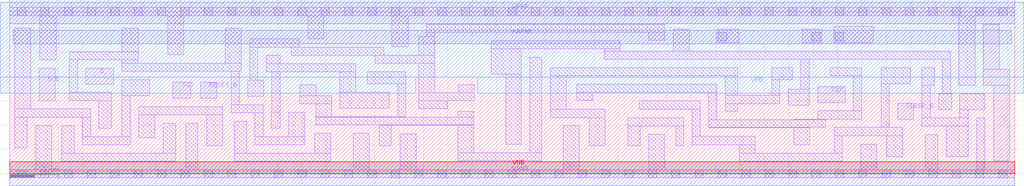
<source format=lef>
# Copyright 2020 The SkyWater PDK Authors
#
# Licensed under the Apache License, Version 2.0 (the "License");
# you may not use this file except in compliance with the License.
# You may obtain a copy of the License at
#
#     https://www.apache.org/licenses/LICENSE-2.0
#
# Unless required by applicable law or agreed to in writing, software
# distributed under the License is distributed on an "AS IS" BASIS,
# WITHOUT WARRANTIES OR CONDITIONS OF ANY KIND, either express or implied.
# See the License for the specific language governing permissions and
# limitations under the License.
#
# SPDX-License-Identifier: Apache-2.0

VERSION 5.7 ;
  NOWIREEXTENSIONATPIN ON ;
  DIVIDERCHAR "/" ;
  BUSBITCHARS "[]" ;
MACRO sky130_fd_sc_lp__srsdfrtp_1
  CLASS CORE ;
  FOREIGN sky130_fd_sc_lp__srsdfrtp_1 ;
  ORIGIN  0.000000  0.000000 ;
  SIZE  20.64000 BY  3.330000 ;
  SYMMETRY X Y R90 ;
  SITE unit ;
  PIN D
    ANTENNAGATEAREA  0.159000 ;
    DIRECTION INPUT ;
    USE SIGNAL ;
    PORT
      LAYER li1 ;
        RECT 1.565000 1.840000 2.135000 2.170000 ;
    END
  END D
  PIN Q
    ANTENNADIFFAREA  0.590100 ;
    DIRECTION OUTPUT ;
    USE SIGNAL ;
    PORT
      LAYER li1 ;
        RECT 19.995000 1.815000 20.535000 2.150000 ;
        RECT 19.995000 2.150000 20.325000 3.075000 ;
        RECT 20.205000 0.265000 20.535000 1.815000 ;
    END
  END Q
  PIN RESET_B
    ANTENNAGATEAREA  0.598000 ;
    DIRECTION INPUT ;
    USE SIGNAL ;
    PORT
      LAYER li1 ;
        RECT 3.920000 1.550000 4.250000 1.880000 ;
    END
  END RESET_B
  PIN SCD
    ANTENNAGATEAREA  0.159000 ;
    DIRECTION INPUT ;
    USE SIGNAL ;
    PORT
      LAYER li1 ;
        RECT 3.350000 1.550000 3.715000 1.880000 ;
    END
  END SCD
  PIN SCE
    ANTENNAGATEAREA  0.318000 ;
    DIRECTION INPUT ;
    USE SIGNAL ;
    PORT
      LAYER li1 ;
        RECT 0.605000 1.500000 0.935000 2.170000 ;
    END
  END SCE
  PIN SLEEP_B
    ANTENNAGATEAREA  0.598000 ;
    DIRECTION INPUT ;
    USE SIGNAL ;
    PORT
      LAYER li1 ;
        RECT 18.235000 1.120000 18.565000 1.450000 ;
    END
  END SLEEP_B
  PIN CLK
    ANTENNAGATEAREA  0.159000 ;
    DIRECTION INPUT ;
    USE CLOCK ;
    PORT
      LAYER li1 ;
        RECT 16.590000 1.460000 17.155000 1.790000 ;
    END
  END CLK
  PIN KAPWR
    DIRECTION INOUT ;
    USE POWER ;
    PORT
      LAYER met1 ;
        RECT 0.070000 2.675000 20.570000 2.945000 ;
    END
  END KAPWR
  PIN VGND
    DIRECTION INOUT ;
    USE GROUND ;
    PORT
      LAYER met1 ;
        RECT 0.000000 -0.245000 20.640000 0.245000 ;
    END
  END VGND
  PIN VNB
    DIRECTION INOUT ;
    USE GROUND ;
    PORT
      LAYER pwell ;
        RECT 0.000000 0.000000 20.640000 0.245000 ;
    END
  END VNB
  PIN VPB
    DIRECTION INOUT ;
    USE POWER ;
    PORT
      LAYER nwell ;
        RECT -0.190000 1.655000  8.340000 1.985000 ;
        RECT -0.190000 1.985000 20.830000 3.520000 ;
        RECT  9.610000 1.655000 20.830000 1.985000 ;
    END
  END VPB
  PIN VPWR
    DIRECTION INOUT ;
    USE POWER ;
    PORT
      LAYER met1 ;
        RECT 0.000000 3.085000 20.640000 3.575000 ;
    END
  END VPWR
  OBS
    LAYER li1 ;
      RECT  0.000000 -0.085000 20.640000 0.085000 ;
      RECT  0.000000  3.245000 20.640000 3.415000 ;
      RECT  0.105000  0.530000  0.355000 1.160000 ;
      RECT  0.105000  1.160000  1.660000 1.330000 ;
      RECT  0.105000  1.330000  0.435000 2.990000 ;
      RECT  0.535000  0.085000  0.865000 0.990000 ;
      RECT  0.620000  2.340000  0.950000 3.245000 ;
      RECT  1.070000  0.255000  3.405000 0.425000 ;
      RECT  1.070000  0.425000  1.320000 0.990000 ;
      RECT  1.225000  1.500000  2.080000 1.670000 ;
      RECT  1.225000  1.670000  1.395000 2.340000 ;
      RECT  1.225000  2.340000  2.635000 2.510000 ;
      RECT  1.490000  0.595000  2.475000 0.765000 ;
      RECT  1.490000  0.765000  1.660000 1.160000 ;
      RECT  1.830000  0.935000  2.080000 1.500000 ;
      RECT  2.305000  0.765000  2.475000 1.600000 ;
      RECT  2.305000  1.600000  2.880000 1.930000 ;
      RECT  2.305000  2.100000  4.755000 2.270000 ;
      RECT  2.305000  2.270000  2.635000 2.340000 ;
      RECT  2.305000  2.510000  2.635000 2.990000 ;
      RECT  2.645000  0.740000  2.975000 1.210000 ;
      RECT  2.645000  1.210000  4.375000 1.380000 ;
      RECT  3.155000  0.425000  3.405000 1.040000 ;
      RECT  3.245000  2.440000  3.575000 3.245000 ;
      RECT  3.615000  0.085000  3.865000 1.040000 ;
      RECT  4.045000  0.580000  4.375000 1.210000 ;
      RECT  4.425000  2.270000  4.755000 2.990000 ;
      RECT  4.545000  1.250000  5.205000 1.420000 ;
      RECT  4.545000  1.420000  4.715000 2.100000 ;
      RECT  4.615000  0.255000  6.590000 0.425000 ;
      RECT  4.615000  0.425000  4.865000 1.080000 ;
      RECT  4.885000  1.590000  5.215000 1.920000 ;
      RECT  4.925000  1.920000  5.095000 2.600000 ;
      RECT  4.925000  2.600000  5.950000 2.770000 ;
      RECT  5.035000  0.595000  6.055000 0.765000 ;
      RECT  5.035000  0.765000  5.205000 1.250000 ;
      RECT  5.265000  2.090000  7.110000 2.260000 ;
      RECT  5.265000  2.260000  5.555000 2.430000 ;
      RECT  5.375000  0.935000  5.555000 1.265000 ;
      RECT  5.385000  1.265000  5.555000 2.090000 ;
      RECT  5.725000  0.765000  6.055000 1.265000 ;
      RECT  5.780000  2.430000  8.725000 2.435000 ;
      RECT  5.780000  2.435000  7.680000 2.600000 ;
      RECT  5.960000  1.435000  6.610000 1.605000 ;
      RECT  5.960000  1.605000  6.290000 1.825000 ;
      RECT  6.120000  2.770000  6.450000 3.245000 ;
      RECT  6.260000  0.425000  6.590000 0.835000 ;
      RECT  6.280000  1.005000  9.530000 1.165000 ;
      RECT  6.280000  1.165000  8.135000 1.175000 ;
      RECT  6.280000  1.175000  6.610000 1.435000 ;
      RECT  6.780000  1.345000  7.795000 1.675000 ;
      RECT  6.780000  1.675000  7.110000 2.090000 ;
      RECT  7.050000  0.085000  7.380000 0.835000 ;
      RECT  7.340000  1.845000  8.135000 2.095000 ;
      RECT  7.510000  2.265000  8.725000 2.430000 ;
      RECT  7.590000  0.575000  7.840000 0.995000 ;
      RECT  7.590000  0.995000  9.530000 1.005000 ;
      RECT  7.850000  2.605000  8.180000 3.245000 ;
      RECT  7.965000  1.175000  8.135000 1.845000 ;
      RECT  8.020000  0.085000  8.350000 0.825000 ;
      RECT  8.395000  1.335000  8.990000 1.495000 ;
      RECT  8.395000  1.495000  9.540000 1.665000 ;
      RECT  8.395000  1.665000  8.725000 2.265000 ;
      RECT  8.395000  2.435000  8.725000 2.825000 ;
      RECT  8.555000  2.825000  8.725000 2.905000 ;
      RECT  8.555000  2.905000 13.455000 3.075000 ;
      RECT  9.200000  0.265000 10.930000 0.435000 ;
      RECT  9.200000  0.435000  9.530000 0.995000 ;
      RECT  9.200000  1.165000  9.530000 1.285000 ;
      RECT  9.210000  1.665000  9.540000 1.825000 ;
      RECT  9.890000  2.040000 10.500000 2.565000 ;
      RECT  9.890000  2.565000 12.540000 2.735000 ;
      RECT 10.190000  0.605000 10.500000 2.040000 ;
      RECT 10.680000  0.435000 10.930000 2.395000 ;
      RECT 11.100000  1.155000 12.235000 1.325000 ;
      RECT 11.100000  1.325000 11.430000 2.010000 ;
      RECT 11.100000  2.010000 14.955000 2.180000 ;
      RECT 11.365000  0.085000 11.695000 0.985000 ;
      RECT 11.640000  1.510000 11.970000 1.670000 ;
      RECT 11.640000  1.670000 14.525000 1.840000 ;
      RECT 11.905000  0.575000 12.235000 1.155000 ;
      RECT 12.210000  2.350000 19.325000 2.520000 ;
      RECT 12.210000  2.520000 12.540000 2.565000 ;
      RECT 12.695000  0.575000 12.945000 0.980000 ;
      RECT 12.695000  0.980000 13.845000 1.150000 ;
      RECT 12.930000  1.320000 14.185000 1.500000 ;
      RECT 13.125000  0.085000 13.455000 0.810000 ;
      RECT 13.125000  2.745000 13.455000 2.905000 ;
      RECT 13.625000  2.520000 13.955000 2.970000 ;
      RECT 13.675000  0.575000 13.845000 0.980000 ;
      RECT 14.015000  0.600000 15.315000 0.770000 ;
      RECT 14.015000  0.770000 14.185000 1.320000 ;
      RECT 14.355000  0.940000 16.435000 0.950000 ;
      RECT 14.355000  0.950000 16.760000 1.110000 ;
      RECT 14.355000  1.110000 14.525000 1.670000 ;
      RECT 14.525000  2.690000 14.975000 2.970000 ;
      RECT 14.695000  1.280000 14.955000 1.440000 ;
      RECT 14.695000  1.440000 15.815000 1.610000 ;
      RECT 14.695000  1.610000 14.955000 2.010000 ;
      RECT 14.985000  0.255000 17.100000 0.425000 ;
      RECT 14.985000  0.425000 15.315000 0.600000 ;
      RECT 15.645000  1.610000 15.815000 1.930000 ;
      RECT 15.645000  1.930000 16.080000 2.180000 ;
      RECT 15.985000  1.410000 16.420000 1.740000 ;
      RECT 16.105000  0.595000 16.435000 0.940000 ;
      RECT 16.105000  1.110000 16.760000 1.120000 ;
      RECT 16.250000  1.740000 16.420000 2.350000 ;
      RECT 16.280000  2.690000 16.675000 2.970000 ;
      RECT 16.590000  1.120000 17.495000 1.290000 ;
      RECT 16.855000  2.010000 17.495000 2.180000 ;
      RECT 16.925000  2.690000 17.730000 3.025000 ;
      RECT 16.930000  0.425000 17.100000 0.780000 ;
      RECT 16.930000  0.780000 18.345000 0.950000 ;
      RECT 17.325000  1.290000 17.495000 2.010000 ;
      RECT 17.475000  0.085000 17.805000 0.610000 ;
      RECT 17.895000  0.950000 18.065000 1.850000 ;
      RECT 17.895000  1.850000 18.490000 2.180000 ;
      RECT 18.015000  0.345000 18.345000 0.780000 ;
      RECT 18.735000  0.975000 19.685000 1.145000 ;
      RECT 18.735000  1.145000 18.905000 1.815000 ;
      RECT 18.735000  1.815000 18.985000 2.180000 ;
      RECT 18.805000  0.085000 19.055000 0.805000 ;
      RECT 19.075000  1.315000 19.345000 1.645000 ;
      RECT 19.155000  1.645000 19.325000 2.350000 ;
      RECT 19.235000  0.345000 19.685000 0.975000 ;
      RECT 19.495000  1.815000 19.825000 3.245000 ;
      RECT 19.515000  1.145000 19.685000 1.315000 ;
      RECT 19.515000  1.315000 20.020000 1.645000 ;
      RECT 19.855000  0.085000 20.025000 1.145000 ;
    LAYER mcon ;
      RECT  0.155000 -0.085000  0.325000 0.085000 ;
      RECT  0.155000  3.245000  0.325000 3.415000 ;
      RECT  0.635000 -0.085000  0.805000 0.085000 ;
      RECT  0.635000  3.245000  0.805000 3.415000 ;
      RECT  1.115000 -0.085000  1.285000 0.085000 ;
      RECT  1.115000  3.245000  1.285000 3.415000 ;
      RECT  1.595000 -0.085000  1.765000 0.085000 ;
      RECT  1.595000  3.245000  1.765000 3.415000 ;
      RECT  2.075000 -0.085000  2.245000 0.085000 ;
      RECT  2.075000  3.245000  2.245000 3.415000 ;
      RECT  2.555000 -0.085000  2.725000 0.085000 ;
      RECT  2.555000  3.245000  2.725000 3.415000 ;
      RECT  3.035000 -0.085000  3.205000 0.085000 ;
      RECT  3.035000  3.245000  3.205000 3.415000 ;
      RECT  3.515000 -0.085000  3.685000 0.085000 ;
      RECT  3.515000  3.245000  3.685000 3.415000 ;
      RECT  3.995000 -0.085000  4.165000 0.085000 ;
      RECT  3.995000  3.245000  4.165000 3.415000 ;
      RECT  4.475000 -0.085000  4.645000 0.085000 ;
      RECT  4.475000  3.245000  4.645000 3.415000 ;
      RECT  4.955000 -0.085000  5.125000 0.085000 ;
      RECT  4.955000  3.245000  5.125000 3.415000 ;
      RECT  5.435000 -0.085000  5.605000 0.085000 ;
      RECT  5.435000  3.245000  5.605000 3.415000 ;
      RECT  5.915000 -0.085000  6.085000 0.085000 ;
      RECT  5.915000  3.245000  6.085000 3.415000 ;
      RECT  6.395000 -0.085000  6.565000 0.085000 ;
      RECT  6.395000  3.245000  6.565000 3.415000 ;
      RECT  6.875000 -0.085000  7.045000 0.085000 ;
      RECT  6.875000  3.245000  7.045000 3.415000 ;
      RECT  7.355000 -0.085000  7.525000 0.085000 ;
      RECT  7.355000  3.245000  7.525000 3.415000 ;
      RECT  7.835000 -0.085000  8.005000 0.085000 ;
      RECT  7.835000  3.245000  8.005000 3.415000 ;
      RECT  8.315000 -0.085000  8.485000 0.085000 ;
      RECT  8.315000  3.245000  8.485000 3.415000 ;
      RECT  8.795000 -0.085000  8.965000 0.085000 ;
      RECT  8.795000  3.245000  8.965000 3.415000 ;
      RECT  9.275000 -0.085000  9.445000 0.085000 ;
      RECT  9.275000  3.245000  9.445000 3.415000 ;
      RECT  9.755000 -0.085000  9.925000 0.085000 ;
      RECT  9.755000  3.245000  9.925000 3.415000 ;
      RECT 10.235000 -0.085000 10.405000 0.085000 ;
      RECT 10.235000  3.245000 10.405000 3.415000 ;
      RECT 10.715000 -0.085000 10.885000 0.085000 ;
      RECT 10.715000  3.245000 10.885000 3.415000 ;
      RECT 11.195000 -0.085000 11.365000 0.085000 ;
      RECT 11.195000  3.245000 11.365000 3.415000 ;
      RECT 11.675000 -0.085000 11.845000 0.085000 ;
      RECT 11.675000  3.245000 11.845000 3.415000 ;
      RECT 12.155000 -0.085000 12.325000 0.085000 ;
      RECT 12.155000  3.245000 12.325000 3.415000 ;
      RECT 12.635000 -0.085000 12.805000 0.085000 ;
      RECT 12.635000  3.245000 12.805000 3.415000 ;
      RECT 13.115000 -0.085000 13.285000 0.085000 ;
      RECT 13.115000  3.245000 13.285000 3.415000 ;
      RECT 13.595000 -0.085000 13.765000 0.085000 ;
      RECT 13.595000  3.245000 13.765000 3.415000 ;
      RECT 14.075000 -0.085000 14.245000 0.085000 ;
      RECT 14.075000  3.245000 14.245000 3.415000 ;
      RECT 14.555000 -0.085000 14.725000 0.085000 ;
      RECT 14.555000  2.735000 14.725000 2.905000 ;
      RECT 14.555000  3.245000 14.725000 3.415000 ;
      RECT 15.035000 -0.085000 15.205000 0.085000 ;
      RECT 15.035000  3.245000 15.205000 3.415000 ;
      RECT 15.515000 -0.085000 15.685000 0.085000 ;
      RECT 15.515000  3.245000 15.685000 3.415000 ;
      RECT 15.995000 -0.085000 16.165000 0.085000 ;
      RECT 15.995000  3.245000 16.165000 3.415000 ;
      RECT 16.475000 -0.085000 16.645000 0.085000 ;
      RECT 16.475000  2.735000 16.645000 2.905000 ;
      RECT 16.475000  3.245000 16.645000 3.415000 ;
      RECT 16.955000 -0.085000 17.125000 0.085000 ;
      RECT 16.955000  2.735000 17.125000 2.905000 ;
      RECT 16.955000  3.245000 17.125000 3.415000 ;
      RECT 17.435000 -0.085000 17.605000 0.085000 ;
      RECT 17.435000  3.245000 17.605000 3.415000 ;
      RECT 17.915000 -0.085000 18.085000 0.085000 ;
      RECT 17.915000  3.245000 18.085000 3.415000 ;
      RECT 18.395000 -0.085000 18.565000 0.085000 ;
      RECT 18.395000  3.245000 18.565000 3.415000 ;
      RECT 18.875000 -0.085000 19.045000 0.085000 ;
      RECT 18.875000  3.245000 19.045000 3.415000 ;
      RECT 19.355000 -0.085000 19.525000 0.085000 ;
      RECT 19.355000  3.245000 19.525000 3.415000 ;
      RECT 19.835000 -0.085000 20.005000 0.085000 ;
      RECT 19.835000  3.245000 20.005000 3.415000 ;
      RECT 20.315000 -0.085000 20.485000 0.085000 ;
      RECT 20.315000  3.245000 20.485000 3.415000 ;
  END
END sky130_fd_sc_lp__srsdfrtp_1
END LIBRARY

</source>
